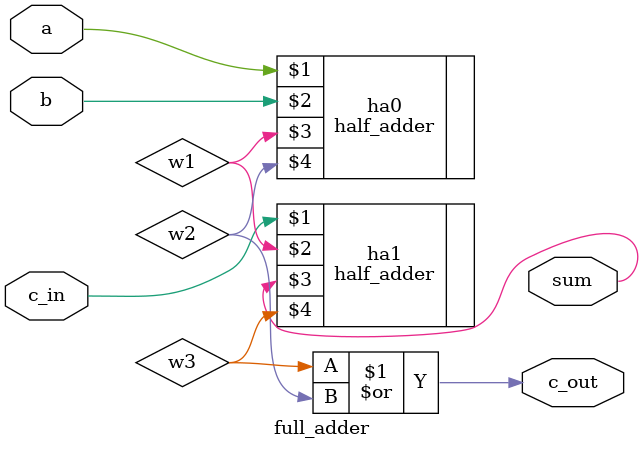
<source format=v>
`timescale 1ns / 1ps


module full_adder(
    input c_in,
    input a,
    input b,
    output sum,
    output c_out
    );
    
    //implement full adder here.
    wire w1;
    wire w2;
    wire w3;
    
    half_adder ha0(a, b, w1, w2);
    half_adder ha1(c_in, w1, sum, w3);
    or or1(c_out,w3,w2);
    
endmodule

</source>
